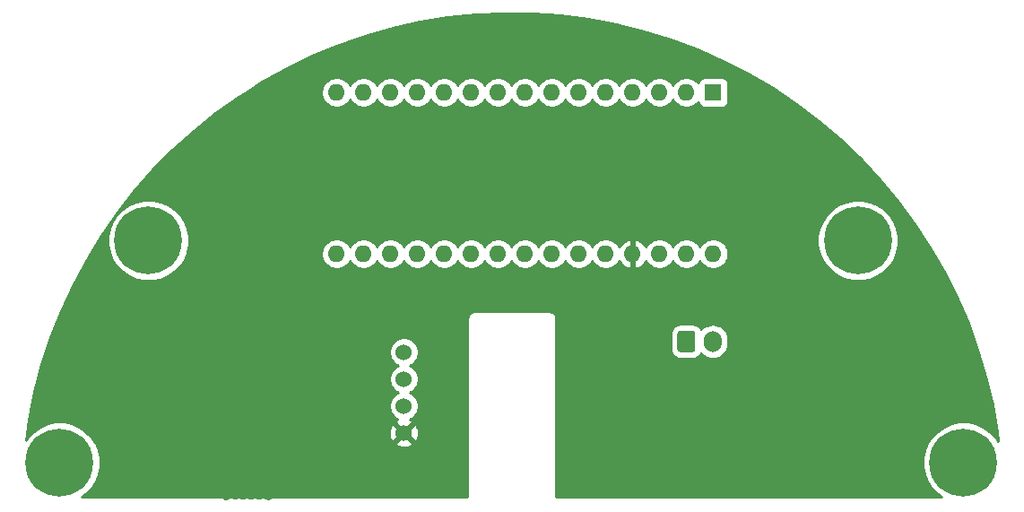
<source format=gbr>
%TF.GenerationSoftware,KiCad,Pcbnew,(5.1.9)-1*%
%TF.CreationDate,2021-03-10T13:01:27-03:00*%
%TF.ProjectId,pedal_board,70656461-6c5f-4626-9f61-72642e6b6963,rev?*%
%TF.SameCoordinates,Original*%
%TF.FileFunction,Copper,L2,Bot*%
%TF.FilePolarity,Positive*%
%FSLAX46Y46*%
G04 Gerber Fmt 4.6, Leading zero omitted, Abs format (unit mm)*
G04 Created by KiCad (PCBNEW (5.1.9)-1) date 2021-03-10 13:01:27*
%MOMM*%
%LPD*%
G01*
G04 APERTURE LIST*
%TA.AperFunction,ComponentPad*%
%ADD10O,1.700000X2.000000*%
%TD*%
%TA.AperFunction,ComponentPad*%
%ADD11C,1.524000*%
%TD*%
%TA.AperFunction,ComponentPad*%
%ADD12R,1.600000X1.600000*%
%TD*%
%TA.AperFunction,ComponentPad*%
%ADD13O,1.600000X1.600000*%
%TD*%
%TA.AperFunction,ComponentPad*%
%ADD14C,6.400000*%
%TD*%
%TA.AperFunction,ComponentPad*%
%ADD15C,0.800000*%
%TD*%
%TA.AperFunction,Conductor*%
%ADD16C,0.254000*%
%TD*%
%TA.AperFunction,Conductor*%
%ADD17C,0.100000*%
%TD*%
G04 APERTURE END LIST*
D10*
%TO.P,J2,2*%
%TO.N,/Vin*%
X206970000Y-90170000D03*
%TO.P,J2,1*%
%TO.N,GND*%
%TA.AperFunction,ComponentPad*%
G36*
G01*
X203620000Y-90920000D02*
X203620000Y-89420000D01*
G75*
G02*
X203870000Y-89170000I250000J0D01*
G01*
X205070000Y-89170000D01*
G75*
G02*
X205320000Y-89420000I0J-250000D01*
G01*
X205320000Y-90920000D01*
G75*
G02*
X205070000Y-91170000I-250000J0D01*
G01*
X203870000Y-91170000D01*
G75*
G02*
X203620000Y-90920000I0J250000D01*
G01*
G37*
%TD.AperFunction*%
%TD*%
D11*
%TO.P,J1,4*%
%TO.N,+5V*%
X177800000Y-98806000D03*
%TO.P,J1,3*%
%TO.N,/SCK*%
X177800000Y-96266000D03*
%TO.P,J1,2*%
%TO.N,/DT*%
X177800000Y-93726000D03*
%TO.P,J1,1*%
%TO.N,GND*%
X177800000Y-91186000D03*
%TD*%
D12*
%TO.P,A1,1*%
%TO.N,Net-(A1-Pad1)*%
X207010000Y-66675000D03*
D13*
%TO.P,A1,17*%
%TO.N,+3V3*%
X173990000Y-81915000D03*
%TO.P,A1,2*%
%TO.N,Net-(A1-Pad2)*%
X204470000Y-66675000D03*
%TO.P,A1,18*%
%TO.N,Net-(A1-Pad18)*%
X176530000Y-81915000D03*
%TO.P,A1,3*%
%TO.N,Net-(A1-Pad3)*%
X201930000Y-66675000D03*
%TO.P,A1,19*%
%TO.N,Net-(A1-Pad19)*%
X179070000Y-81915000D03*
%TO.P,A1,4*%
%TO.N,GND*%
X199390000Y-66675000D03*
%TO.P,A1,20*%
%TO.N,Net-(A1-Pad20)*%
X181610000Y-81915000D03*
%TO.P,A1,5*%
%TO.N,/SCK*%
X196850000Y-66675000D03*
%TO.P,A1,21*%
%TO.N,Net-(A1-Pad21)*%
X184150000Y-81915000D03*
%TO.P,A1,6*%
%TO.N,/DT*%
X194310000Y-66675000D03*
%TO.P,A1,22*%
%TO.N,Net-(A1-Pad22)*%
X186690000Y-81915000D03*
%TO.P,A1,7*%
%TO.N,Net-(A1-Pad7)*%
X191770000Y-66675000D03*
%TO.P,A1,23*%
%TO.N,Net-(A1-Pad23)*%
X189230000Y-81915000D03*
%TO.P,A1,8*%
%TO.N,Net-(A1-Pad8)*%
X189230000Y-66675000D03*
%TO.P,A1,24*%
%TO.N,Net-(A1-Pad24)*%
X191770000Y-81915000D03*
%TO.P,A1,9*%
%TO.N,Net-(A1-Pad9)*%
X186690000Y-66675000D03*
%TO.P,A1,25*%
%TO.N,Net-(A1-Pad25)*%
X194310000Y-81915000D03*
%TO.P,A1,10*%
%TO.N,Net-(A1-Pad10)*%
X184150000Y-66675000D03*
%TO.P,A1,26*%
%TO.N,Net-(A1-Pad26)*%
X196850000Y-81915000D03*
%TO.P,A1,11*%
%TO.N,Net-(A1-Pad11)*%
X181610000Y-66675000D03*
%TO.P,A1,27*%
%TO.N,+5V*%
X199390000Y-81915000D03*
%TO.P,A1,12*%
%TO.N,Net-(A1-Pad12)*%
X179070000Y-66675000D03*
%TO.P,A1,28*%
%TO.N,Net-(A1-Pad28)*%
X201930000Y-81915000D03*
%TO.P,A1,13*%
%TO.N,Net-(A1-Pad13)*%
X176530000Y-66675000D03*
%TO.P,A1,29*%
%TO.N,GND*%
X204470000Y-81915000D03*
%TO.P,A1,14*%
%TO.N,Net-(A1-Pad14)*%
X173990000Y-66675000D03*
%TO.P,A1,30*%
%TO.N,/Vin*%
X207010000Y-81915000D03*
%TO.P,A1,15*%
%TO.N,Net-(A1-Pad15)*%
X171450000Y-66675000D03*
%TO.P,A1,16*%
%TO.N,Net-(A1-Pad16)*%
X171450000Y-81915000D03*
%TD*%
D14*
%TO.P,H1,1*%
%TO.N,N/C*%
X153670000Y-80645000D03*
D15*
X156070000Y-80645000D03*
X155367056Y-82342056D03*
X153670000Y-83045000D03*
X151972944Y-82342056D03*
X151270000Y-80645000D03*
X151972944Y-78947944D03*
X153670000Y-78245000D03*
X155367056Y-78947944D03*
%TD*%
%TO.P,H2,1*%
%TO.N,N/C*%
X222367056Y-78947944D03*
X220670000Y-78245000D03*
X218972944Y-78947944D03*
X218270000Y-80645000D03*
X218972944Y-82342056D03*
X220670000Y-83045000D03*
X222367056Y-82342056D03*
X223070000Y-80645000D03*
D14*
X220670000Y-80645000D03*
%TD*%
%TO.P,H3,1*%
%TO.N,N/C*%
X230632000Y-101600000D03*
D15*
X233032000Y-101600000D03*
X232329056Y-103297056D03*
X230632000Y-104000000D03*
X228934944Y-103297056D03*
X228232000Y-101600000D03*
X228934944Y-99902944D03*
X230632000Y-99200000D03*
X232329056Y-99902944D03*
%TD*%
%TO.P,H4,1*%
%TO.N,N/C*%
X146985056Y-99902944D03*
X145288000Y-99200000D03*
X143590944Y-99902944D03*
X142888000Y-101600000D03*
X143590944Y-103297056D03*
X145288000Y-104000000D03*
X146985056Y-103297056D03*
X147688000Y-101600000D03*
D14*
X145288000Y-101600000D03*
%TD*%
D16*
%TO.N,+5V*%
X189939462Y-59225910D02*
X192599967Y-59414283D01*
X195245219Y-59755495D01*
X197866433Y-60248410D01*
X200454939Y-60891397D01*
X203002146Y-61682326D01*
X205499592Y-62618569D01*
X207939004Y-63697021D01*
X210312279Y-64914101D01*
X212611568Y-66265786D01*
X214829251Y-67747593D01*
X216957936Y-69354588D01*
X218990600Y-71081464D01*
X220920475Y-72922473D01*
X222741181Y-74871530D01*
X224446679Y-76922168D01*
X226031285Y-79067552D01*
X227489787Y-81300626D01*
X228817321Y-83613950D01*
X230009483Y-85999839D01*
X231062330Y-88450407D01*
X231972373Y-90957535D01*
X232736579Y-93512864D01*
X233352427Y-96107968D01*
X233817867Y-98734202D01*
X233923006Y-99622521D01*
X233610839Y-99155330D01*
X233076670Y-98621161D01*
X232448554Y-98201467D01*
X231750628Y-97912377D01*
X231009715Y-97765000D01*
X230254285Y-97765000D01*
X229513372Y-97912377D01*
X228815446Y-98201467D01*
X228187330Y-98621161D01*
X227653161Y-99155330D01*
X227233467Y-99783446D01*
X226944377Y-100481372D01*
X226797000Y-101222285D01*
X226797000Y-101977715D01*
X226944377Y-102718628D01*
X227233467Y-103416554D01*
X227653161Y-104044670D01*
X228187330Y-104578839D01*
X228540770Y-104815000D01*
X192185000Y-104815000D01*
X192185000Y-89420000D01*
X202981928Y-89420000D01*
X202981928Y-90920000D01*
X202998992Y-91093254D01*
X203049528Y-91259850D01*
X203131595Y-91413386D01*
X203242038Y-91547962D01*
X203376614Y-91658405D01*
X203530150Y-91740472D01*
X203696746Y-91791008D01*
X203870000Y-91808072D01*
X205070000Y-91808072D01*
X205243254Y-91791008D01*
X205409850Y-91740472D01*
X205563386Y-91658405D01*
X205697962Y-91547962D01*
X205808405Y-91413386D01*
X205862777Y-91311663D01*
X205914866Y-91375134D01*
X206140987Y-91560706D01*
X206398967Y-91698599D01*
X206678890Y-91783513D01*
X206970000Y-91812185D01*
X207261111Y-91783513D01*
X207541034Y-91698599D01*
X207799014Y-91560706D01*
X208025134Y-91375134D01*
X208210706Y-91149014D01*
X208348599Y-90891033D01*
X208433513Y-90611110D01*
X208455000Y-90392949D01*
X208455000Y-89947050D01*
X208433513Y-89728889D01*
X208348599Y-89448966D01*
X208210706Y-89190986D01*
X208025134Y-88964866D01*
X207799013Y-88779294D01*
X207541033Y-88641401D01*
X207261110Y-88556487D01*
X206970000Y-88527815D01*
X206678889Y-88556487D01*
X206398966Y-88641401D01*
X206140986Y-88779294D01*
X205914866Y-88964866D01*
X205862777Y-89028337D01*
X205808405Y-88926614D01*
X205697962Y-88792038D01*
X205563386Y-88681595D01*
X205409850Y-88599528D01*
X205243254Y-88548992D01*
X205070000Y-88531928D01*
X203870000Y-88531928D01*
X203696746Y-88548992D01*
X203530150Y-88599528D01*
X203376614Y-88681595D01*
X203242038Y-88792038D01*
X203131595Y-88926614D01*
X203049528Y-89080150D01*
X202998992Y-89246746D01*
X202981928Y-89420000D01*
X192185000Y-89420000D01*
X192185000Y-88033647D01*
X192188314Y-88000000D01*
X192175088Y-87865717D01*
X192135919Y-87736594D01*
X192072312Y-87617593D01*
X191986711Y-87513289D01*
X191882407Y-87427688D01*
X191763406Y-87364081D01*
X191634283Y-87324912D01*
X191533647Y-87315000D01*
X191500000Y-87311686D01*
X191466353Y-87315000D01*
X184533647Y-87315000D01*
X184500000Y-87311686D01*
X184466353Y-87315000D01*
X184365717Y-87324912D01*
X184236594Y-87364081D01*
X184117593Y-87427688D01*
X184013289Y-87513289D01*
X183927688Y-87617593D01*
X183864081Y-87736594D01*
X183824912Y-87865717D01*
X183811686Y-88000000D01*
X183815001Y-88033657D01*
X183815000Y-104815000D01*
X165691353Y-104815000D01*
X165657169Y-104818367D01*
X165644193Y-104818367D01*
X165634681Y-104819366D01*
X165440732Y-104841121D01*
X165380024Y-104854025D01*
X165319099Y-104866089D01*
X165309962Y-104868917D01*
X165123932Y-104927930D01*
X165066882Y-104952382D01*
X165009470Y-104976046D01*
X165001056Y-104980595D01*
X164967813Y-104998870D01*
X164918205Y-104965723D01*
X164757145Y-104899010D01*
X164586165Y-104865000D01*
X164411835Y-104865000D01*
X164240855Y-104899010D01*
X164118000Y-104949898D01*
X163995145Y-104899010D01*
X163824165Y-104865000D01*
X163649835Y-104865000D01*
X163478855Y-104899010D01*
X163350000Y-104952383D01*
X163221145Y-104899010D01*
X163050165Y-104865000D01*
X162875835Y-104865000D01*
X162704855Y-104899010D01*
X162588000Y-104947413D01*
X162471145Y-104899010D01*
X162300165Y-104865000D01*
X162125835Y-104865000D01*
X161954855Y-104899010D01*
X161838000Y-104947413D01*
X161721145Y-104899010D01*
X161550165Y-104865000D01*
X161375835Y-104865000D01*
X161204855Y-104899010D01*
X161043795Y-104965723D01*
X160988237Y-105002846D01*
X160927657Y-104970635D01*
X160870261Y-104946978D01*
X160813193Y-104922519D01*
X160804057Y-104919690D01*
X160617220Y-104863281D01*
X160556302Y-104851219D01*
X160495590Y-104838314D01*
X160486078Y-104837314D01*
X160291845Y-104818269D01*
X160291837Y-104818269D01*
X160258647Y-104815000D01*
X147379230Y-104815000D01*
X147732670Y-104578839D01*
X148266839Y-104044670D01*
X148686533Y-103416554D01*
X148975623Y-102718628D01*
X149123000Y-101977715D01*
X149123000Y-101222285D01*
X148975623Y-100481372D01*
X148686533Y-99783446D01*
X148678595Y-99771565D01*
X177014040Y-99771565D01*
X177081020Y-100011656D01*
X177330048Y-100128756D01*
X177597135Y-100195023D01*
X177872017Y-100207910D01*
X178144133Y-100166922D01*
X178403023Y-100073636D01*
X178518980Y-100011656D01*
X178585960Y-99771565D01*
X177800000Y-98985605D01*
X177014040Y-99771565D01*
X148678595Y-99771565D01*
X148266839Y-99155330D01*
X147989526Y-98878017D01*
X176398090Y-98878017D01*
X176439078Y-99150133D01*
X176532364Y-99409023D01*
X176594344Y-99524980D01*
X176834435Y-99591960D01*
X177620395Y-98806000D01*
X177979605Y-98806000D01*
X178765565Y-99591960D01*
X179005656Y-99524980D01*
X179122756Y-99275952D01*
X179189023Y-99008865D01*
X179201910Y-98733983D01*
X179160922Y-98461867D01*
X179067636Y-98202977D01*
X179005656Y-98087020D01*
X178765565Y-98020040D01*
X177979605Y-98806000D01*
X177620395Y-98806000D01*
X176834435Y-98020040D01*
X176594344Y-98087020D01*
X176477244Y-98336048D01*
X176410977Y-98603135D01*
X176398090Y-98878017D01*
X147989526Y-98878017D01*
X147732670Y-98621161D01*
X147104554Y-98201467D01*
X146406628Y-97912377D01*
X145665715Y-97765000D01*
X144910285Y-97765000D01*
X144169372Y-97912377D01*
X143471446Y-98201467D01*
X142843330Y-98621161D01*
X142309161Y-99155330D01*
X142093524Y-99478053D01*
X142374941Y-97537158D01*
X142908971Y-94923991D01*
X143592536Y-92345910D01*
X144017878Y-91048408D01*
X176403000Y-91048408D01*
X176403000Y-91323592D01*
X176456686Y-91593490D01*
X176561995Y-91847727D01*
X176714880Y-92076535D01*
X176909465Y-92271120D01*
X177138273Y-92424005D01*
X177215515Y-92456000D01*
X177138273Y-92487995D01*
X176909465Y-92640880D01*
X176714880Y-92835465D01*
X176561995Y-93064273D01*
X176456686Y-93318510D01*
X176403000Y-93588408D01*
X176403000Y-93863592D01*
X176456686Y-94133490D01*
X176561995Y-94387727D01*
X176714880Y-94616535D01*
X176909465Y-94811120D01*
X177138273Y-94964005D01*
X177215515Y-94996000D01*
X177138273Y-95027995D01*
X176909465Y-95180880D01*
X176714880Y-95375465D01*
X176561995Y-95604273D01*
X176456686Y-95858510D01*
X176403000Y-96128408D01*
X176403000Y-96403592D01*
X176456686Y-96673490D01*
X176561995Y-96927727D01*
X176714880Y-97156535D01*
X176909465Y-97351120D01*
X177138273Y-97504005D01*
X177209943Y-97533692D01*
X177196977Y-97538364D01*
X177081020Y-97600344D01*
X177014040Y-97840435D01*
X177800000Y-98626395D01*
X178585960Y-97840435D01*
X178518980Y-97600344D01*
X178383240Y-97536515D01*
X178461727Y-97504005D01*
X178690535Y-97351120D01*
X178885120Y-97156535D01*
X179038005Y-96927727D01*
X179143314Y-96673490D01*
X179197000Y-96403592D01*
X179197000Y-96128408D01*
X179143314Y-95858510D01*
X179038005Y-95604273D01*
X178885120Y-95375465D01*
X178690535Y-95180880D01*
X178461727Y-95027995D01*
X178384485Y-94996000D01*
X178461727Y-94964005D01*
X178690535Y-94811120D01*
X178885120Y-94616535D01*
X179038005Y-94387727D01*
X179143314Y-94133490D01*
X179197000Y-93863592D01*
X179197000Y-93588408D01*
X179143314Y-93318510D01*
X179038005Y-93064273D01*
X178885120Y-92835465D01*
X178690535Y-92640880D01*
X178461727Y-92487995D01*
X178384485Y-92456000D01*
X178461727Y-92424005D01*
X178690535Y-92271120D01*
X178885120Y-92076535D01*
X179038005Y-91847727D01*
X179143314Y-91593490D01*
X179197000Y-91323592D01*
X179197000Y-91048408D01*
X179143314Y-90778510D01*
X179038005Y-90524273D01*
X178885120Y-90295465D01*
X178690535Y-90100880D01*
X178461727Y-89947995D01*
X178207490Y-89842686D01*
X177937592Y-89789000D01*
X177662408Y-89789000D01*
X177392510Y-89842686D01*
X177138273Y-89947995D01*
X176909465Y-90100880D01*
X176714880Y-90295465D01*
X176561995Y-90524273D01*
X176456686Y-90778510D01*
X176403000Y-91048408D01*
X144017878Y-91048408D01*
X144423371Y-89811459D01*
X145398733Y-87329011D01*
X146515364Y-84906848D01*
X147769575Y-82552978D01*
X149157211Y-80275197D01*
X149162679Y-80267285D01*
X149835000Y-80267285D01*
X149835000Y-81022715D01*
X149982377Y-81763628D01*
X150271467Y-82461554D01*
X150691161Y-83089670D01*
X151225330Y-83623839D01*
X151853446Y-84043533D01*
X152551372Y-84332623D01*
X153292285Y-84480000D01*
X154047715Y-84480000D01*
X154788628Y-84332623D01*
X155486554Y-84043533D01*
X156114670Y-83623839D01*
X156648839Y-83089670D01*
X157068533Y-82461554D01*
X157353465Y-81773665D01*
X170015000Y-81773665D01*
X170015000Y-82056335D01*
X170070147Y-82333574D01*
X170178320Y-82594727D01*
X170335363Y-82829759D01*
X170535241Y-83029637D01*
X170770273Y-83186680D01*
X171031426Y-83294853D01*
X171308665Y-83350000D01*
X171591335Y-83350000D01*
X171868574Y-83294853D01*
X172129727Y-83186680D01*
X172364759Y-83029637D01*
X172564637Y-82829759D01*
X172720000Y-82597241D01*
X172875363Y-82829759D01*
X173075241Y-83029637D01*
X173310273Y-83186680D01*
X173571426Y-83294853D01*
X173848665Y-83350000D01*
X174131335Y-83350000D01*
X174408574Y-83294853D01*
X174669727Y-83186680D01*
X174904759Y-83029637D01*
X175104637Y-82829759D01*
X175260000Y-82597241D01*
X175415363Y-82829759D01*
X175615241Y-83029637D01*
X175850273Y-83186680D01*
X176111426Y-83294853D01*
X176388665Y-83350000D01*
X176671335Y-83350000D01*
X176948574Y-83294853D01*
X177209727Y-83186680D01*
X177444759Y-83029637D01*
X177644637Y-82829759D01*
X177800000Y-82597241D01*
X177955363Y-82829759D01*
X178155241Y-83029637D01*
X178390273Y-83186680D01*
X178651426Y-83294853D01*
X178928665Y-83350000D01*
X179211335Y-83350000D01*
X179488574Y-83294853D01*
X179749727Y-83186680D01*
X179984759Y-83029637D01*
X180184637Y-82829759D01*
X180340000Y-82597241D01*
X180495363Y-82829759D01*
X180695241Y-83029637D01*
X180930273Y-83186680D01*
X181191426Y-83294853D01*
X181468665Y-83350000D01*
X181751335Y-83350000D01*
X182028574Y-83294853D01*
X182289727Y-83186680D01*
X182524759Y-83029637D01*
X182724637Y-82829759D01*
X182880000Y-82597241D01*
X183035363Y-82829759D01*
X183235241Y-83029637D01*
X183470273Y-83186680D01*
X183731426Y-83294853D01*
X184008665Y-83350000D01*
X184291335Y-83350000D01*
X184568574Y-83294853D01*
X184829727Y-83186680D01*
X185064759Y-83029637D01*
X185264637Y-82829759D01*
X185420000Y-82597241D01*
X185575363Y-82829759D01*
X185775241Y-83029637D01*
X186010273Y-83186680D01*
X186271426Y-83294853D01*
X186548665Y-83350000D01*
X186831335Y-83350000D01*
X187108574Y-83294853D01*
X187369727Y-83186680D01*
X187604759Y-83029637D01*
X187804637Y-82829759D01*
X187960000Y-82597241D01*
X188115363Y-82829759D01*
X188315241Y-83029637D01*
X188550273Y-83186680D01*
X188811426Y-83294853D01*
X189088665Y-83350000D01*
X189371335Y-83350000D01*
X189648574Y-83294853D01*
X189909727Y-83186680D01*
X190144759Y-83029637D01*
X190344637Y-82829759D01*
X190500000Y-82597241D01*
X190655363Y-82829759D01*
X190855241Y-83029637D01*
X191090273Y-83186680D01*
X191351426Y-83294853D01*
X191628665Y-83350000D01*
X191911335Y-83350000D01*
X192188574Y-83294853D01*
X192449727Y-83186680D01*
X192684759Y-83029637D01*
X192884637Y-82829759D01*
X193040000Y-82597241D01*
X193195363Y-82829759D01*
X193395241Y-83029637D01*
X193630273Y-83186680D01*
X193891426Y-83294853D01*
X194168665Y-83350000D01*
X194451335Y-83350000D01*
X194728574Y-83294853D01*
X194989727Y-83186680D01*
X195224759Y-83029637D01*
X195424637Y-82829759D01*
X195580000Y-82597241D01*
X195735363Y-82829759D01*
X195935241Y-83029637D01*
X196170273Y-83186680D01*
X196431426Y-83294853D01*
X196708665Y-83350000D01*
X196991335Y-83350000D01*
X197268574Y-83294853D01*
X197529727Y-83186680D01*
X197764759Y-83029637D01*
X197964637Y-82829759D01*
X198121680Y-82594727D01*
X198126067Y-82584135D01*
X198237615Y-82770131D01*
X198426586Y-82978519D01*
X198652580Y-83146037D01*
X198906913Y-83266246D01*
X199040961Y-83306904D01*
X199263000Y-83184915D01*
X199263000Y-82042000D01*
X199243000Y-82042000D01*
X199243000Y-81788000D01*
X199263000Y-81788000D01*
X199263000Y-80645085D01*
X199517000Y-80645085D01*
X199517000Y-81788000D01*
X199537000Y-81788000D01*
X199537000Y-82042000D01*
X199517000Y-82042000D01*
X199517000Y-83184915D01*
X199739039Y-83306904D01*
X199873087Y-83266246D01*
X200127420Y-83146037D01*
X200353414Y-82978519D01*
X200542385Y-82770131D01*
X200653933Y-82584135D01*
X200658320Y-82594727D01*
X200815363Y-82829759D01*
X201015241Y-83029637D01*
X201250273Y-83186680D01*
X201511426Y-83294853D01*
X201788665Y-83350000D01*
X202071335Y-83350000D01*
X202348574Y-83294853D01*
X202609727Y-83186680D01*
X202844759Y-83029637D01*
X203044637Y-82829759D01*
X203200000Y-82597241D01*
X203355363Y-82829759D01*
X203555241Y-83029637D01*
X203790273Y-83186680D01*
X204051426Y-83294853D01*
X204328665Y-83350000D01*
X204611335Y-83350000D01*
X204888574Y-83294853D01*
X205149727Y-83186680D01*
X205384759Y-83029637D01*
X205584637Y-82829759D01*
X205740000Y-82597241D01*
X205895363Y-82829759D01*
X206095241Y-83029637D01*
X206330273Y-83186680D01*
X206591426Y-83294853D01*
X206868665Y-83350000D01*
X207151335Y-83350000D01*
X207428574Y-83294853D01*
X207689727Y-83186680D01*
X207924759Y-83029637D01*
X208124637Y-82829759D01*
X208281680Y-82594727D01*
X208389853Y-82333574D01*
X208445000Y-82056335D01*
X208445000Y-81773665D01*
X208389853Y-81496426D01*
X208281680Y-81235273D01*
X208124637Y-81000241D01*
X207924759Y-80800363D01*
X207689727Y-80643320D01*
X207428574Y-80535147D01*
X207151335Y-80480000D01*
X206868665Y-80480000D01*
X206591426Y-80535147D01*
X206330273Y-80643320D01*
X206095241Y-80800363D01*
X205895363Y-81000241D01*
X205740000Y-81232759D01*
X205584637Y-81000241D01*
X205384759Y-80800363D01*
X205149727Y-80643320D01*
X204888574Y-80535147D01*
X204611335Y-80480000D01*
X204328665Y-80480000D01*
X204051426Y-80535147D01*
X203790273Y-80643320D01*
X203555241Y-80800363D01*
X203355363Y-81000241D01*
X203200000Y-81232759D01*
X203044637Y-81000241D01*
X202844759Y-80800363D01*
X202609727Y-80643320D01*
X202348574Y-80535147D01*
X202071335Y-80480000D01*
X201788665Y-80480000D01*
X201511426Y-80535147D01*
X201250273Y-80643320D01*
X201015241Y-80800363D01*
X200815363Y-81000241D01*
X200658320Y-81235273D01*
X200653933Y-81245865D01*
X200542385Y-81059869D01*
X200353414Y-80851481D01*
X200127420Y-80683963D01*
X199873087Y-80563754D01*
X199739039Y-80523096D01*
X199517000Y-80645085D01*
X199263000Y-80645085D01*
X199040961Y-80523096D01*
X198906913Y-80563754D01*
X198652580Y-80683963D01*
X198426586Y-80851481D01*
X198237615Y-81059869D01*
X198126067Y-81245865D01*
X198121680Y-81235273D01*
X197964637Y-81000241D01*
X197764759Y-80800363D01*
X197529727Y-80643320D01*
X197268574Y-80535147D01*
X196991335Y-80480000D01*
X196708665Y-80480000D01*
X196431426Y-80535147D01*
X196170273Y-80643320D01*
X195935241Y-80800363D01*
X195735363Y-81000241D01*
X195580000Y-81232759D01*
X195424637Y-81000241D01*
X195224759Y-80800363D01*
X194989727Y-80643320D01*
X194728574Y-80535147D01*
X194451335Y-80480000D01*
X194168665Y-80480000D01*
X193891426Y-80535147D01*
X193630273Y-80643320D01*
X193395241Y-80800363D01*
X193195363Y-81000241D01*
X193040000Y-81232759D01*
X192884637Y-81000241D01*
X192684759Y-80800363D01*
X192449727Y-80643320D01*
X192188574Y-80535147D01*
X191911335Y-80480000D01*
X191628665Y-80480000D01*
X191351426Y-80535147D01*
X191090273Y-80643320D01*
X190855241Y-80800363D01*
X190655363Y-81000241D01*
X190500000Y-81232759D01*
X190344637Y-81000241D01*
X190144759Y-80800363D01*
X189909727Y-80643320D01*
X189648574Y-80535147D01*
X189371335Y-80480000D01*
X189088665Y-80480000D01*
X188811426Y-80535147D01*
X188550273Y-80643320D01*
X188315241Y-80800363D01*
X188115363Y-81000241D01*
X187960000Y-81232759D01*
X187804637Y-81000241D01*
X187604759Y-80800363D01*
X187369727Y-80643320D01*
X187108574Y-80535147D01*
X186831335Y-80480000D01*
X186548665Y-80480000D01*
X186271426Y-80535147D01*
X186010273Y-80643320D01*
X185775241Y-80800363D01*
X185575363Y-81000241D01*
X185420000Y-81232759D01*
X185264637Y-81000241D01*
X185064759Y-80800363D01*
X184829727Y-80643320D01*
X184568574Y-80535147D01*
X184291335Y-80480000D01*
X184008665Y-80480000D01*
X183731426Y-80535147D01*
X183470273Y-80643320D01*
X183235241Y-80800363D01*
X183035363Y-81000241D01*
X182880000Y-81232759D01*
X182724637Y-81000241D01*
X182524759Y-80800363D01*
X182289727Y-80643320D01*
X182028574Y-80535147D01*
X181751335Y-80480000D01*
X181468665Y-80480000D01*
X181191426Y-80535147D01*
X180930273Y-80643320D01*
X180695241Y-80800363D01*
X180495363Y-81000241D01*
X180340000Y-81232759D01*
X180184637Y-81000241D01*
X179984759Y-80800363D01*
X179749727Y-80643320D01*
X179488574Y-80535147D01*
X179211335Y-80480000D01*
X178928665Y-80480000D01*
X178651426Y-80535147D01*
X178390273Y-80643320D01*
X178155241Y-80800363D01*
X177955363Y-81000241D01*
X177800000Y-81232759D01*
X177644637Y-81000241D01*
X177444759Y-80800363D01*
X177209727Y-80643320D01*
X176948574Y-80535147D01*
X176671335Y-80480000D01*
X176388665Y-80480000D01*
X176111426Y-80535147D01*
X175850273Y-80643320D01*
X175615241Y-80800363D01*
X175415363Y-81000241D01*
X175260000Y-81232759D01*
X175104637Y-81000241D01*
X174904759Y-80800363D01*
X174669727Y-80643320D01*
X174408574Y-80535147D01*
X174131335Y-80480000D01*
X173848665Y-80480000D01*
X173571426Y-80535147D01*
X173310273Y-80643320D01*
X173075241Y-80800363D01*
X172875363Y-81000241D01*
X172720000Y-81232759D01*
X172564637Y-81000241D01*
X172364759Y-80800363D01*
X172129727Y-80643320D01*
X171868574Y-80535147D01*
X171591335Y-80480000D01*
X171308665Y-80480000D01*
X171031426Y-80535147D01*
X170770273Y-80643320D01*
X170535241Y-80800363D01*
X170335363Y-81000241D01*
X170178320Y-81235273D01*
X170070147Y-81496426D01*
X170015000Y-81773665D01*
X157353465Y-81773665D01*
X157357623Y-81763628D01*
X157505000Y-81022715D01*
X157505000Y-80267285D01*
X216835000Y-80267285D01*
X216835000Y-81022715D01*
X216982377Y-81763628D01*
X217271467Y-82461554D01*
X217691161Y-83089670D01*
X218225330Y-83623839D01*
X218853446Y-84043533D01*
X219551372Y-84332623D01*
X220292285Y-84480000D01*
X221047715Y-84480000D01*
X221788628Y-84332623D01*
X222486554Y-84043533D01*
X223114670Y-83623839D01*
X223648839Y-83089670D01*
X224068533Y-82461554D01*
X224357623Y-81763628D01*
X224505000Y-81022715D01*
X224505000Y-80267285D01*
X224357623Y-79526372D01*
X224068533Y-78828446D01*
X223648839Y-78200330D01*
X223114670Y-77666161D01*
X222486554Y-77246467D01*
X221788628Y-76957377D01*
X221047715Y-76810000D01*
X220292285Y-76810000D01*
X219551372Y-76957377D01*
X218853446Y-77246467D01*
X218225330Y-77666161D01*
X217691161Y-78200330D01*
X217271467Y-78828446D01*
X216982377Y-79526372D01*
X216835000Y-80267285D01*
X157505000Y-80267285D01*
X157357623Y-79526372D01*
X157068533Y-78828446D01*
X156648839Y-78200330D01*
X156114670Y-77666161D01*
X155486554Y-77246467D01*
X154788628Y-76957377D01*
X154047715Y-76810000D01*
X153292285Y-76810000D01*
X152551372Y-76957377D01*
X151853446Y-77246467D01*
X151225330Y-77666161D01*
X150691161Y-78200330D01*
X150271467Y-78828446D01*
X149982377Y-79526372D01*
X149835000Y-80267285D01*
X149162679Y-80267285D01*
X150673656Y-78081084D01*
X152313899Y-75977888D01*
X154072486Y-73972604D01*
X155943591Y-72071875D01*
X157920998Y-70282015D01*
X159998171Y-68608939D01*
X162168190Y-67058220D01*
X162999559Y-66533665D01*
X170015000Y-66533665D01*
X170015000Y-66816335D01*
X170070147Y-67093574D01*
X170178320Y-67354727D01*
X170335363Y-67589759D01*
X170535241Y-67789637D01*
X170770273Y-67946680D01*
X171031426Y-68054853D01*
X171308665Y-68110000D01*
X171591335Y-68110000D01*
X171868574Y-68054853D01*
X172129727Y-67946680D01*
X172364759Y-67789637D01*
X172564637Y-67589759D01*
X172720000Y-67357241D01*
X172875363Y-67589759D01*
X173075241Y-67789637D01*
X173310273Y-67946680D01*
X173571426Y-68054853D01*
X173848665Y-68110000D01*
X174131335Y-68110000D01*
X174408574Y-68054853D01*
X174669727Y-67946680D01*
X174904759Y-67789637D01*
X175104637Y-67589759D01*
X175260000Y-67357241D01*
X175415363Y-67589759D01*
X175615241Y-67789637D01*
X175850273Y-67946680D01*
X176111426Y-68054853D01*
X176388665Y-68110000D01*
X176671335Y-68110000D01*
X176948574Y-68054853D01*
X177209727Y-67946680D01*
X177444759Y-67789637D01*
X177644637Y-67589759D01*
X177800000Y-67357241D01*
X177955363Y-67589759D01*
X178155241Y-67789637D01*
X178390273Y-67946680D01*
X178651426Y-68054853D01*
X178928665Y-68110000D01*
X179211335Y-68110000D01*
X179488574Y-68054853D01*
X179749727Y-67946680D01*
X179984759Y-67789637D01*
X180184637Y-67589759D01*
X180340000Y-67357241D01*
X180495363Y-67589759D01*
X180695241Y-67789637D01*
X180930273Y-67946680D01*
X181191426Y-68054853D01*
X181468665Y-68110000D01*
X181751335Y-68110000D01*
X182028574Y-68054853D01*
X182289727Y-67946680D01*
X182524759Y-67789637D01*
X182724637Y-67589759D01*
X182880000Y-67357241D01*
X183035363Y-67589759D01*
X183235241Y-67789637D01*
X183470273Y-67946680D01*
X183731426Y-68054853D01*
X184008665Y-68110000D01*
X184291335Y-68110000D01*
X184568574Y-68054853D01*
X184829727Y-67946680D01*
X185064759Y-67789637D01*
X185264637Y-67589759D01*
X185420000Y-67357241D01*
X185575363Y-67589759D01*
X185775241Y-67789637D01*
X186010273Y-67946680D01*
X186271426Y-68054853D01*
X186548665Y-68110000D01*
X186831335Y-68110000D01*
X187108574Y-68054853D01*
X187369727Y-67946680D01*
X187604759Y-67789637D01*
X187804637Y-67589759D01*
X187960000Y-67357241D01*
X188115363Y-67589759D01*
X188315241Y-67789637D01*
X188550273Y-67946680D01*
X188811426Y-68054853D01*
X189088665Y-68110000D01*
X189371335Y-68110000D01*
X189648574Y-68054853D01*
X189909727Y-67946680D01*
X190144759Y-67789637D01*
X190344637Y-67589759D01*
X190500000Y-67357241D01*
X190655363Y-67589759D01*
X190855241Y-67789637D01*
X191090273Y-67946680D01*
X191351426Y-68054853D01*
X191628665Y-68110000D01*
X191911335Y-68110000D01*
X192188574Y-68054853D01*
X192449727Y-67946680D01*
X192684759Y-67789637D01*
X192884637Y-67589759D01*
X193040000Y-67357241D01*
X193195363Y-67589759D01*
X193395241Y-67789637D01*
X193630273Y-67946680D01*
X193891426Y-68054853D01*
X194168665Y-68110000D01*
X194451335Y-68110000D01*
X194728574Y-68054853D01*
X194989727Y-67946680D01*
X195224759Y-67789637D01*
X195424637Y-67589759D01*
X195580000Y-67357241D01*
X195735363Y-67589759D01*
X195935241Y-67789637D01*
X196170273Y-67946680D01*
X196431426Y-68054853D01*
X196708665Y-68110000D01*
X196991335Y-68110000D01*
X197268574Y-68054853D01*
X197529727Y-67946680D01*
X197764759Y-67789637D01*
X197964637Y-67589759D01*
X198120000Y-67357241D01*
X198275363Y-67589759D01*
X198475241Y-67789637D01*
X198710273Y-67946680D01*
X198971426Y-68054853D01*
X199248665Y-68110000D01*
X199531335Y-68110000D01*
X199808574Y-68054853D01*
X200069727Y-67946680D01*
X200304759Y-67789637D01*
X200504637Y-67589759D01*
X200660000Y-67357241D01*
X200815363Y-67589759D01*
X201015241Y-67789637D01*
X201250273Y-67946680D01*
X201511426Y-68054853D01*
X201788665Y-68110000D01*
X202071335Y-68110000D01*
X202348574Y-68054853D01*
X202609727Y-67946680D01*
X202844759Y-67789637D01*
X203044637Y-67589759D01*
X203200000Y-67357241D01*
X203355363Y-67589759D01*
X203555241Y-67789637D01*
X203790273Y-67946680D01*
X204051426Y-68054853D01*
X204328665Y-68110000D01*
X204611335Y-68110000D01*
X204888574Y-68054853D01*
X205149727Y-67946680D01*
X205384759Y-67789637D01*
X205583357Y-67591039D01*
X205584188Y-67599482D01*
X205620498Y-67719180D01*
X205679463Y-67829494D01*
X205758815Y-67926185D01*
X205855506Y-68005537D01*
X205965820Y-68064502D01*
X206085518Y-68100812D01*
X206210000Y-68113072D01*
X207810000Y-68113072D01*
X207934482Y-68100812D01*
X208054180Y-68064502D01*
X208164494Y-68005537D01*
X208261185Y-67926185D01*
X208340537Y-67829494D01*
X208399502Y-67719180D01*
X208435812Y-67599482D01*
X208448072Y-67475000D01*
X208448072Y-65875000D01*
X208435812Y-65750518D01*
X208399502Y-65630820D01*
X208340537Y-65520506D01*
X208261185Y-65423815D01*
X208164494Y-65344463D01*
X208054180Y-65285498D01*
X207934482Y-65249188D01*
X207810000Y-65236928D01*
X206210000Y-65236928D01*
X206085518Y-65249188D01*
X205965820Y-65285498D01*
X205855506Y-65344463D01*
X205758815Y-65423815D01*
X205679463Y-65520506D01*
X205620498Y-65630820D01*
X205584188Y-65750518D01*
X205583357Y-65758961D01*
X205384759Y-65560363D01*
X205149727Y-65403320D01*
X204888574Y-65295147D01*
X204611335Y-65240000D01*
X204328665Y-65240000D01*
X204051426Y-65295147D01*
X203790273Y-65403320D01*
X203555241Y-65560363D01*
X203355363Y-65760241D01*
X203200000Y-65992759D01*
X203044637Y-65760241D01*
X202844759Y-65560363D01*
X202609727Y-65403320D01*
X202348574Y-65295147D01*
X202071335Y-65240000D01*
X201788665Y-65240000D01*
X201511426Y-65295147D01*
X201250273Y-65403320D01*
X201015241Y-65560363D01*
X200815363Y-65760241D01*
X200660000Y-65992759D01*
X200504637Y-65760241D01*
X200304759Y-65560363D01*
X200069727Y-65403320D01*
X199808574Y-65295147D01*
X199531335Y-65240000D01*
X199248665Y-65240000D01*
X198971426Y-65295147D01*
X198710273Y-65403320D01*
X198475241Y-65560363D01*
X198275363Y-65760241D01*
X198120000Y-65992759D01*
X197964637Y-65760241D01*
X197764759Y-65560363D01*
X197529727Y-65403320D01*
X197268574Y-65295147D01*
X196991335Y-65240000D01*
X196708665Y-65240000D01*
X196431426Y-65295147D01*
X196170273Y-65403320D01*
X195935241Y-65560363D01*
X195735363Y-65760241D01*
X195580000Y-65992759D01*
X195424637Y-65760241D01*
X195224759Y-65560363D01*
X194989727Y-65403320D01*
X194728574Y-65295147D01*
X194451335Y-65240000D01*
X194168665Y-65240000D01*
X193891426Y-65295147D01*
X193630273Y-65403320D01*
X193395241Y-65560363D01*
X193195363Y-65760241D01*
X193040000Y-65992759D01*
X192884637Y-65760241D01*
X192684759Y-65560363D01*
X192449727Y-65403320D01*
X192188574Y-65295147D01*
X191911335Y-65240000D01*
X191628665Y-65240000D01*
X191351426Y-65295147D01*
X191090273Y-65403320D01*
X190855241Y-65560363D01*
X190655363Y-65760241D01*
X190500000Y-65992759D01*
X190344637Y-65760241D01*
X190144759Y-65560363D01*
X189909727Y-65403320D01*
X189648574Y-65295147D01*
X189371335Y-65240000D01*
X189088665Y-65240000D01*
X188811426Y-65295147D01*
X188550273Y-65403320D01*
X188315241Y-65560363D01*
X188115363Y-65760241D01*
X187960000Y-65992759D01*
X187804637Y-65760241D01*
X187604759Y-65560363D01*
X187369727Y-65403320D01*
X187108574Y-65295147D01*
X186831335Y-65240000D01*
X186548665Y-65240000D01*
X186271426Y-65295147D01*
X186010273Y-65403320D01*
X185775241Y-65560363D01*
X185575363Y-65760241D01*
X185420000Y-65992759D01*
X185264637Y-65760241D01*
X185064759Y-65560363D01*
X184829727Y-65403320D01*
X184568574Y-65295147D01*
X184291335Y-65240000D01*
X184008665Y-65240000D01*
X183731426Y-65295147D01*
X183470273Y-65403320D01*
X183235241Y-65560363D01*
X183035363Y-65760241D01*
X182880000Y-65992759D01*
X182724637Y-65760241D01*
X182524759Y-65560363D01*
X182289727Y-65403320D01*
X182028574Y-65295147D01*
X181751335Y-65240000D01*
X181468665Y-65240000D01*
X181191426Y-65295147D01*
X180930273Y-65403320D01*
X180695241Y-65560363D01*
X180495363Y-65760241D01*
X180340000Y-65992759D01*
X180184637Y-65760241D01*
X179984759Y-65560363D01*
X179749727Y-65403320D01*
X179488574Y-65295147D01*
X179211335Y-65240000D01*
X178928665Y-65240000D01*
X178651426Y-65295147D01*
X178390273Y-65403320D01*
X178155241Y-65560363D01*
X177955363Y-65760241D01*
X177800000Y-65992759D01*
X177644637Y-65760241D01*
X177444759Y-65560363D01*
X177209727Y-65403320D01*
X176948574Y-65295147D01*
X176671335Y-65240000D01*
X176388665Y-65240000D01*
X176111426Y-65295147D01*
X175850273Y-65403320D01*
X175615241Y-65560363D01*
X175415363Y-65760241D01*
X175260000Y-65992759D01*
X175104637Y-65760241D01*
X174904759Y-65560363D01*
X174669727Y-65403320D01*
X174408574Y-65295147D01*
X174131335Y-65240000D01*
X173848665Y-65240000D01*
X173571426Y-65295147D01*
X173310273Y-65403320D01*
X173075241Y-65560363D01*
X172875363Y-65760241D01*
X172720000Y-65992759D01*
X172564637Y-65760241D01*
X172364759Y-65560363D01*
X172129727Y-65403320D01*
X171868574Y-65295147D01*
X171591335Y-65240000D01*
X171308665Y-65240000D01*
X171031426Y-65295147D01*
X170770273Y-65403320D01*
X170535241Y-65560363D01*
X170335363Y-65760241D01*
X170178320Y-65995273D01*
X170070147Y-66256426D01*
X170015000Y-66533665D01*
X162999559Y-66533665D01*
X164423896Y-65634975D01*
X166757773Y-64343947D01*
X169162110Y-63189401D01*
X171628929Y-62175170D01*
X174150000Y-61304634D01*
X176717044Y-60580652D01*
X179321487Y-60005645D01*
X181954718Y-59581514D01*
X184607996Y-59309664D01*
X187272530Y-59190997D01*
X189939462Y-59225910D01*
%TA.AperFunction,Conductor*%
D17*
G36*
X189939462Y-59225910D02*
G01*
X192599967Y-59414283D01*
X195245219Y-59755495D01*
X197866433Y-60248410D01*
X200454939Y-60891397D01*
X203002146Y-61682326D01*
X205499592Y-62618569D01*
X207939004Y-63697021D01*
X210312279Y-64914101D01*
X212611568Y-66265786D01*
X214829251Y-67747593D01*
X216957936Y-69354588D01*
X218990600Y-71081464D01*
X220920475Y-72922473D01*
X222741181Y-74871530D01*
X224446679Y-76922168D01*
X226031285Y-79067552D01*
X227489787Y-81300626D01*
X228817321Y-83613950D01*
X230009483Y-85999839D01*
X231062330Y-88450407D01*
X231972373Y-90957535D01*
X232736579Y-93512864D01*
X233352427Y-96107968D01*
X233817867Y-98734202D01*
X233923006Y-99622521D01*
X233610839Y-99155330D01*
X233076670Y-98621161D01*
X232448554Y-98201467D01*
X231750628Y-97912377D01*
X231009715Y-97765000D01*
X230254285Y-97765000D01*
X229513372Y-97912377D01*
X228815446Y-98201467D01*
X228187330Y-98621161D01*
X227653161Y-99155330D01*
X227233467Y-99783446D01*
X226944377Y-100481372D01*
X226797000Y-101222285D01*
X226797000Y-101977715D01*
X226944377Y-102718628D01*
X227233467Y-103416554D01*
X227653161Y-104044670D01*
X228187330Y-104578839D01*
X228540770Y-104815000D01*
X192185000Y-104815000D01*
X192185000Y-89420000D01*
X202981928Y-89420000D01*
X202981928Y-90920000D01*
X202998992Y-91093254D01*
X203049528Y-91259850D01*
X203131595Y-91413386D01*
X203242038Y-91547962D01*
X203376614Y-91658405D01*
X203530150Y-91740472D01*
X203696746Y-91791008D01*
X203870000Y-91808072D01*
X205070000Y-91808072D01*
X205243254Y-91791008D01*
X205409850Y-91740472D01*
X205563386Y-91658405D01*
X205697962Y-91547962D01*
X205808405Y-91413386D01*
X205862777Y-91311663D01*
X205914866Y-91375134D01*
X206140987Y-91560706D01*
X206398967Y-91698599D01*
X206678890Y-91783513D01*
X206970000Y-91812185D01*
X207261111Y-91783513D01*
X207541034Y-91698599D01*
X207799014Y-91560706D01*
X208025134Y-91375134D01*
X208210706Y-91149014D01*
X208348599Y-90891033D01*
X208433513Y-90611110D01*
X208455000Y-90392949D01*
X208455000Y-89947050D01*
X208433513Y-89728889D01*
X208348599Y-89448966D01*
X208210706Y-89190986D01*
X208025134Y-88964866D01*
X207799013Y-88779294D01*
X207541033Y-88641401D01*
X207261110Y-88556487D01*
X206970000Y-88527815D01*
X206678889Y-88556487D01*
X206398966Y-88641401D01*
X206140986Y-88779294D01*
X205914866Y-88964866D01*
X205862777Y-89028337D01*
X205808405Y-88926614D01*
X205697962Y-88792038D01*
X205563386Y-88681595D01*
X205409850Y-88599528D01*
X205243254Y-88548992D01*
X205070000Y-88531928D01*
X203870000Y-88531928D01*
X203696746Y-88548992D01*
X203530150Y-88599528D01*
X203376614Y-88681595D01*
X203242038Y-88792038D01*
X203131595Y-88926614D01*
X203049528Y-89080150D01*
X202998992Y-89246746D01*
X202981928Y-89420000D01*
X192185000Y-89420000D01*
X192185000Y-88033647D01*
X192188314Y-88000000D01*
X192175088Y-87865717D01*
X192135919Y-87736594D01*
X192072312Y-87617593D01*
X191986711Y-87513289D01*
X191882407Y-87427688D01*
X191763406Y-87364081D01*
X191634283Y-87324912D01*
X191533647Y-87315000D01*
X191500000Y-87311686D01*
X191466353Y-87315000D01*
X184533647Y-87315000D01*
X184500000Y-87311686D01*
X184466353Y-87315000D01*
X184365717Y-87324912D01*
X184236594Y-87364081D01*
X184117593Y-87427688D01*
X184013289Y-87513289D01*
X183927688Y-87617593D01*
X183864081Y-87736594D01*
X183824912Y-87865717D01*
X183811686Y-88000000D01*
X183815001Y-88033657D01*
X183815000Y-104815000D01*
X165691353Y-104815000D01*
X165657169Y-104818367D01*
X165644193Y-104818367D01*
X165634681Y-104819366D01*
X165440732Y-104841121D01*
X165380024Y-104854025D01*
X165319099Y-104866089D01*
X165309962Y-104868917D01*
X165123932Y-104927930D01*
X165066882Y-104952382D01*
X165009470Y-104976046D01*
X165001056Y-104980595D01*
X164967813Y-104998870D01*
X164918205Y-104965723D01*
X164757145Y-104899010D01*
X164586165Y-104865000D01*
X164411835Y-104865000D01*
X164240855Y-104899010D01*
X164118000Y-104949898D01*
X163995145Y-104899010D01*
X163824165Y-104865000D01*
X163649835Y-104865000D01*
X163478855Y-104899010D01*
X163350000Y-104952383D01*
X163221145Y-104899010D01*
X163050165Y-104865000D01*
X162875835Y-104865000D01*
X162704855Y-104899010D01*
X162588000Y-104947413D01*
X162471145Y-104899010D01*
X162300165Y-104865000D01*
X162125835Y-104865000D01*
X161954855Y-104899010D01*
X161838000Y-104947413D01*
X161721145Y-104899010D01*
X161550165Y-104865000D01*
X161375835Y-104865000D01*
X161204855Y-104899010D01*
X161043795Y-104965723D01*
X160988237Y-105002846D01*
X160927657Y-104970635D01*
X160870261Y-104946978D01*
X160813193Y-104922519D01*
X160804057Y-104919690D01*
X160617220Y-104863281D01*
X160556302Y-104851219D01*
X160495590Y-104838314D01*
X160486078Y-104837314D01*
X160291845Y-104818269D01*
X160291837Y-104818269D01*
X160258647Y-104815000D01*
X147379230Y-104815000D01*
X147732670Y-104578839D01*
X148266839Y-104044670D01*
X148686533Y-103416554D01*
X148975623Y-102718628D01*
X149123000Y-101977715D01*
X149123000Y-101222285D01*
X148975623Y-100481372D01*
X148686533Y-99783446D01*
X148678595Y-99771565D01*
X177014040Y-99771565D01*
X177081020Y-100011656D01*
X177330048Y-100128756D01*
X177597135Y-100195023D01*
X177872017Y-100207910D01*
X178144133Y-100166922D01*
X178403023Y-100073636D01*
X178518980Y-100011656D01*
X178585960Y-99771565D01*
X177800000Y-98985605D01*
X177014040Y-99771565D01*
X148678595Y-99771565D01*
X148266839Y-99155330D01*
X147989526Y-98878017D01*
X176398090Y-98878017D01*
X176439078Y-99150133D01*
X176532364Y-99409023D01*
X176594344Y-99524980D01*
X176834435Y-99591960D01*
X177620395Y-98806000D01*
X177979605Y-98806000D01*
X178765565Y-99591960D01*
X179005656Y-99524980D01*
X179122756Y-99275952D01*
X179189023Y-99008865D01*
X179201910Y-98733983D01*
X179160922Y-98461867D01*
X179067636Y-98202977D01*
X179005656Y-98087020D01*
X178765565Y-98020040D01*
X177979605Y-98806000D01*
X177620395Y-98806000D01*
X176834435Y-98020040D01*
X176594344Y-98087020D01*
X176477244Y-98336048D01*
X176410977Y-98603135D01*
X176398090Y-98878017D01*
X147989526Y-98878017D01*
X147732670Y-98621161D01*
X147104554Y-98201467D01*
X146406628Y-97912377D01*
X145665715Y-97765000D01*
X144910285Y-97765000D01*
X144169372Y-97912377D01*
X143471446Y-98201467D01*
X142843330Y-98621161D01*
X142309161Y-99155330D01*
X142093524Y-99478053D01*
X142374941Y-97537158D01*
X142908971Y-94923991D01*
X143592536Y-92345910D01*
X144017878Y-91048408D01*
X176403000Y-91048408D01*
X176403000Y-91323592D01*
X176456686Y-91593490D01*
X176561995Y-91847727D01*
X176714880Y-92076535D01*
X176909465Y-92271120D01*
X177138273Y-92424005D01*
X177215515Y-92456000D01*
X177138273Y-92487995D01*
X176909465Y-92640880D01*
X176714880Y-92835465D01*
X176561995Y-93064273D01*
X176456686Y-93318510D01*
X176403000Y-93588408D01*
X176403000Y-93863592D01*
X176456686Y-94133490D01*
X176561995Y-94387727D01*
X176714880Y-94616535D01*
X176909465Y-94811120D01*
X177138273Y-94964005D01*
X177215515Y-94996000D01*
X177138273Y-95027995D01*
X176909465Y-95180880D01*
X176714880Y-95375465D01*
X176561995Y-95604273D01*
X176456686Y-95858510D01*
X176403000Y-96128408D01*
X176403000Y-96403592D01*
X176456686Y-96673490D01*
X176561995Y-96927727D01*
X176714880Y-97156535D01*
X176909465Y-97351120D01*
X177138273Y-97504005D01*
X177209943Y-97533692D01*
X177196977Y-97538364D01*
X177081020Y-97600344D01*
X177014040Y-97840435D01*
X177800000Y-98626395D01*
X178585960Y-97840435D01*
X178518980Y-97600344D01*
X178383240Y-97536515D01*
X178461727Y-97504005D01*
X178690535Y-97351120D01*
X178885120Y-97156535D01*
X179038005Y-96927727D01*
X179143314Y-96673490D01*
X179197000Y-96403592D01*
X179197000Y-96128408D01*
X179143314Y-95858510D01*
X179038005Y-95604273D01*
X178885120Y-95375465D01*
X178690535Y-95180880D01*
X178461727Y-95027995D01*
X178384485Y-94996000D01*
X178461727Y-94964005D01*
X178690535Y-94811120D01*
X178885120Y-94616535D01*
X179038005Y-94387727D01*
X179143314Y-94133490D01*
X179197000Y-93863592D01*
X179197000Y-93588408D01*
X179143314Y-93318510D01*
X179038005Y-93064273D01*
X178885120Y-92835465D01*
X178690535Y-92640880D01*
X178461727Y-92487995D01*
X178384485Y-92456000D01*
X178461727Y-92424005D01*
X178690535Y-92271120D01*
X178885120Y-92076535D01*
X179038005Y-91847727D01*
X179143314Y-91593490D01*
X179197000Y-91323592D01*
X179197000Y-91048408D01*
X179143314Y-90778510D01*
X179038005Y-90524273D01*
X178885120Y-90295465D01*
X178690535Y-90100880D01*
X178461727Y-89947995D01*
X178207490Y-89842686D01*
X177937592Y-89789000D01*
X177662408Y-89789000D01*
X177392510Y-89842686D01*
X177138273Y-89947995D01*
X176909465Y-90100880D01*
X176714880Y-90295465D01*
X176561995Y-90524273D01*
X176456686Y-90778510D01*
X176403000Y-91048408D01*
X144017878Y-91048408D01*
X144423371Y-89811459D01*
X145398733Y-87329011D01*
X146515364Y-84906848D01*
X147769575Y-82552978D01*
X149157211Y-80275197D01*
X149162679Y-80267285D01*
X149835000Y-80267285D01*
X149835000Y-81022715D01*
X149982377Y-81763628D01*
X150271467Y-82461554D01*
X150691161Y-83089670D01*
X151225330Y-83623839D01*
X151853446Y-84043533D01*
X152551372Y-84332623D01*
X153292285Y-84480000D01*
X154047715Y-84480000D01*
X154788628Y-84332623D01*
X155486554Y-84043533D01*
X156114670Y-83623839D01*
X156648839Y-83089670D01*
X157068533Y-82461554D01*
X157353465Y-81773665D01*
X170015000Y-81773665D01*
X170015000Y-82056335D01*
X170070147Y-82333574D01*
X170178320Y-82594727D01*
X170335363Y-82829759D01*
X170535241Y-83029637D01*
X170770273Y-83186680D01*
X171031426Y-83294853D01*
X171308665Y-83350000D01*
X171591335Y-83350000D01*
X171868574Y-83294853D01*
X172129727Y-83186680D01*
X172364759Y-83029637D01*
X172564637Y-82829759D01*
X172720000Y-82597241D01*
X172875363Y-82829759D01*
X173075241Y-83029637D01*
X173310273Y-83186680D01*
X173571426Y-83294853D01*
X173848665Y-83350000D01*
X174131335Y-83350000D01*
X174408574Y-83294853D01*
X174669727Y-83186680D01*
X174904759Y-83029637D01*
X175104637Y-82829759D01*
X175260000Y-82597241D01*
X175415363Y-82829759D01*
X175615241Y-83029637D01*
X175850273Y-83186680D01*
X176111426Y-83294853D01*
X176388665Y-83350000D01*
X176671335Y-83350000D01*
X176948574Y-83294853D01*
X177209727Y-83186680D01*
X177444759Y-83029637D01*
X177644637Y-82829759D01*
X177800000Y-82597241D01*
X177955363Y-82829759D01*
X178155241Y-83029637D01*
X178390273Y-83186680D01*
X178651426Y-83294853D01*
X178928665Y-83350000D01*
X179211335Y-83350000D01*
X179488574Y-83294853D01*
X179749727Y-83186680D01*
X179984759Y-83029637D01*
X180184637Y-82829759D01*
X180340000Y-82597241D01*
X180495363Y-82829759D01*
X180695241Y-83029637D01*
X180930273Y-83186680D01*
X181191426Y-83294853D01*
X181468665Y-83350000D01*
X181751335Y-83350000D01*
X182028574Y-83294853D01*
X182289727Y-83186680D01*
X182524759Y-83029637D01*
X182724637Y-82829759D01*
X182880000Y-82597241D01*
X183035363Y-82829759D01*
X183235241Y-83029637D01*
X183470273Y-83186680D01*
X183731426Y-83294853D01*
X184008665Y-83350000D01*
X184291335Y-83350000D01*
X184568574Y-83294853D01*
X184829727Y-83186680D01*
X185064759Y-83029637D01*
X185264637Y-82829759D01*
X185420000Y-82597241D01*
X185575363Y-82829759D01*
X185775241Y-83029637D01*
X186010273Y-83186680D01*
X186271426Y-83294853D01*
X186548665Y-83350000D01*
X186831335Y-83350000D01*
X187108574Y-83294853D01*
X187369727Y-83186680D01*
X187604759Y-83029637D01*
X187804637Y-82829759D01*
X187960000Y-82597241D01*
X188115363Y-82829759D01*
X188315241Y-83029637D01*
X188550273Y-83186680D01*
X188811426Y-83294853D01*
X189088665Y-83350000D01*
X189371335Y-83350000D01*
X189648574Y-83294853D01*
X189909727Y-83186680D01*
X190144759Y-83029637D01*
X190344637Y-82829759D01*
X190500000Y-82597241D01*
X190655363Y-82829759D01*
X190855241Y-83029637D01*
X191090273Y-83186680D01*
X191351426Y-83294853D01*
X191628665Y-83350000D01*
X191911335Y-83350000D01*
X192188574Y-83294853D01*
X192449727Y-83186680D01*
X192684759Y-83029637D01*
X192884637Y-82829759D01*
X193040000Y-82597241D01*
X193195363Y-82829759D01*
X193395241Y-83029637D01*
X193630273Y-83186680D01*
X193891426Y-83294853D01*
X194168665Y-83350000D01*
X194451335Y-83350000D01*
X194728574Y-83294853D01*
X194989727Y-83186680D01*
X195224759Y-83029637D01*
X195424637Y-82829759D01*
X195580000Y-82597241D01*
X195735363Y-82829759D01*
X195935241Y-83029637D01*
X196170273Y-83186680D01*
X196431426Y-83294853D01*
X196708665Y-83350000D01*
X196991335Y-83350000D01*
X197268574Y-83294853D01*
X197529727Y-83186680D01*
X197764759Y-83029637D01*
X197964637Y-82829759D01*
X198121680Y-82594727D01*
X198126067Y-82584135D01*
X198237615Y-82770131D01*
X198426586Y-82978519D01*
X198652580Y-83146037D01*
X198906913Y-83266246D01*
X199040961Y-83306904D01*
X199263000Y-83184915D01*
X199263000Y-82042000D01*
X199243000Y-82042000D01*
X199243000Y-81788000D01*
X199263000Y-81788000D01*
X199263000Y-80645085D01*
X199517000Y-80645085D01*
X199517000Y-81788000D01*
X199537000Y-81788000D01*
X199537000Y-82042000D01*
X199517000Y-82042000D01*
X199517000Y-83184915D01*
X199739039Y-83306904D01*
X199873087Y-83266246D01*
X200127420Y-83146037D01*
X200353414Y-82978519D01*
X200542385Y-82770131D01*
X200653933Y-82584135D01*
X200658320Y-82594727D01*
X200815363Y-82829759D01*
X201015241Y-83029637D01*
X201250273Y-83186680D01*
X201511426Y-83294853D01*
X201788665Y-83350000D01*
X202071335Y-83350000D01*
X202348574Y-83294853D01*
X202609727Y-83186680D01*
X202844759Y-83029637D01*
X203044637Y-82829759D01*
X203200000Y-82597241D01*
X203355363Y-82829759D01*
X203555241Y-83029637D01*
X203790273Y-83186680D01*
X204051426Y-83294853D01*
X204328665Y-83350000D01*
X204611335Y-83350000D01*
X204888574Y-83294853D01*
X205149727Y-83186680D01*
X205384759Y-83029637D01*
X205584637Y-82829759D01*
X205740000Y-82597241D01*
X205895363Y-82829759D01*
X206095241Y-83029637D01*
X206330273Y-83186680D01*
X206591426Y-83294853D01*
X206868665Y-83350000D01*
X207151335Y-83350000D01*
X207428574Y-83294853D01*
X207689727Y-83186680D01*
X207924759Y-83029637D01*
X208124637Y-82829759D01*
X208281680Y-82594727D01*
X208389853Y-82333574D01*
X208445000Y-82056335D01*
X208445000Y-81773665D01*
X208389853Y-81496426D01*
X208281680Y-81235273D01*
X208124637Y-81000241D01*
X207924759Y-80800363D01*
X207689727Y-80643320D01*
X207428574Y-80535147D01*
X207151335Y-80480000D01*
X206868665Y-80480000D01*
X206591426Y-80535147D01*
X206330273Y-80643320D01*
X206095241Y-80800363D01*
X205895363Y-81000241D01*
X205740000Y-81232759D01*
X205584637Y-81000241D01*
X205384759Y-80800363D01*
X205149727Y-80643320D01*
X204888574Y-80535147D01*
X204611335Y-80480000D01*
X204328665Y-80480000D01*
X204051426Y-80535147D01*
X203790273Y-80643320D01*
X203555241Y-80800363D01*
X203355363Y-81000241D01*
X203200000Y-81232759D01*
X203044637Y-81000241D01*
X202844759Y-80800363D01*
X202609727Y-80643320D01*
X202348574Y-80535147D01*
X202071335Y-80480000D01*
X201788665Y-80480000D01*
X201511426Y-80535147D01*
X201250273Y-80643320D01*
X201015241Y-80800363D01*
X200815363Y-81000241D01*
X200658320Y-81235273D01*
X200653933Y-81245865D01*
X200542385Y-81059869D01*
X200353414Y-80851481D01*
X200127420Y-80683963D01*
X199873087Y-80563754D01*
X199739039Y-80523096D01*
X199517000Y-80645085D01*
X199263000Y-80645085D01*
X199040961Y-80523096D01*
X198906913Y-80563754D01*
X198652580Y-80683963D01*
X198426586Y-80851481D01*
X198237615Y-81059869D01*
X198126067Y-81245865D01*
X198121680Y-81235273D01*
X197964637Y-81000241D01*
X197764759Y-80800363D01*
X197529727Y-80643320D01*
X197268574Y-80535147D01*
X196991335Y-80480000D01*
X196708665Y-80480000D01*
X196431426Y-80535147D01*
X196170273Y-80643320D01*
X195935241Y-80800363D01*
X195735363Y-81000241D01*
X195580000Y-81232759D01*
X195424637Y-81000241D01*
X195224759Y-80800363D01*
X194989727Y-80643320D01*
X194728574Y-80535147D01*
X194451335Y-80480000D01*
X194168665Y-80480000D01*
X193891426Y-80535147D01*
X193630273Y-80643320D01*
X193395241Y-80800363D01*
X193195363Y-81000241D01*
X193040000Y-81232759D01*
X192884637Y-81000241D01*
X192684759Y-80800363D01*
X192449727Y-80643320D01*
X192188574Y-80535147D01*
X191911335Y-80480000D01*
X191628665Y-80480000D01*
X191351426Y-80535147D01*
X191090273Y-80643320D01*
X190855241Y-80800363D01*
X190655363Y-81000241D01*
X190500000Y-81232759D01*
X190344637Y-81000241D01*
X190144759Y-80800363D01*
X189909727Y-80643320D01*
X189648574Y-80535147D01*
X189371335Y-80480000D01*
X189088665Y-80480000D01*
X188811426Y-80535147D01*
X188550273Y-80643320D01*
X188315241Y-80800363D01*
X188115363Y-81000241D01*
X187960000Y-81232759D01*
X187804637Y-81000241D01*
X187604759Y-80800363D01*
X187369727Y-80643320D01*
X187108574Y-80535147D01*
X186831335Y-80480000D01*
X186548665Y-80480000D01*
X186271426Y-80535147D01*
X186010273Y-80643320D01*
X185775241Y-80800363D01*
X185575363Y-81000241D01*
X185420000Y-81232759D01*
X185264637Y-81000241D01*
X185064759Y-80800363D01*
X184829727Y-80643320D01*
X184568574Y-80535147D01*
X184291335Y-80480000D01*
X184008665Y-80480000D01*
X183731426Y-80535147D01*
X183470273Y-80643320D01*
X183235241Y-80800363D01*
X183035363Y-81000241D01*
X182880000Y-81232759D01*
X182724637Y-81000241D01*
X182524759Y-80800363D01*
X182289727Y-80643320D01*
X182028574Y-80535147D01*
X181751335Y-80480000D01*
X181468665Y-80480000D01*
X181191426Y-80535147D01*
X180930273Y-80643320D01*
X180695241Y-80800363D01*
X180495363Y-81000241D01*
X180340000Y-81232759D01*
X180184637Y-81000241D01*
X179984759Y-80800363D01*
X179749727Y-80643320D01*
X179488574Y-80535147D01*
X179211335Y-80480000D01*
X178928665Y-80480000D01*
X178651426Y-80535147D01*
X178390273Y-80643320D01*
X178155241Y-80800363D01*
X177955363Y-81000241D01*
X177800000Y-81232759D01*
X177644637Y-81000241D01*
X177444759Y-80800363D01*
X177209727Y-80643320D01*
X176948574Y-80535147D01*
X176671335Y-80480000D01*
X176388665Y-80480000D01*
X176111426Y-80535147D01*
X175850273Y-80643320D01*
X175615241Y-80800363D01*
X175415363Y-81000241D01*
X175260000Y-81232759D01*
X175104637Y-81000241D01*
X174904759Y-80800363D01*
X174669727Y-80643320D01*
X174408574Y-80535147D01*
X174131335Y-80480000D01*
X173848665Y-80480000D01*
X173571426Y-80535147D01*
X173310273Y-80643320D01*
X173075241Y-80800363D01*
X172875363Y-81000241D01*
X172720000Y-81232759D01*
X172564637Y-81000241D01*
X172364759Y-80800363D01*
X172129727Y-80643320D01*
X171868574Y-80535147D01*
X171591335Y-80480000D01*
X171308665Y-80480000D01*
X171031426Y-80535147D01*
X170770273Y-80643320D01*
X170535241Y-80800363D01*
X170335363Y-81000241D01*
X170178320Y-81235273D01*
X170070147Y-81496426D01*
X170015000Y-81773665D01*
X157353465Y-81773665D01*
X157357623Y-81763628D01*
X157505000Y-81022715D01*
X157505000Y-80267285D01*
X216835000Y-80267285D01*
X216835000Y-81022715D01*
X216982377Y-81763628D01*
X217271467Y-82461554D01*
X217691161Y-83089670D01*
X218225330Y-83623839D01*
X218853446Y-84043533D01*
X219551372Y-84332623D01*
X220292285Y-84480000D01*
X221047715Y-84480000D01*
X221788628Y-84332623D01*
X222486554Y-84043533D01*
X223114670Y-83623839D01*
X223648839Y-83089670D01*
X224068533Y-82461554D01*
X224357623Y-81763628D01*
X224505000Y-81022715D01*
X224505000Y-80267285D01*
X224357623Y-79526372D01*
X224068533Y-78828446D01*
X223648839Y-78200330D01*
X223114670Y-77666161D01*
X222486554Y-77246467D01*
X221788628Y-76957377D01*
X221047715Y-76810000D01*
X220292285Y-76810000D01*
X219551372Y-76957377D01*
X218853446Y-77246467D01*
X218225330Y-77666161D01*
X217691161Y-78200330D01*
X217271467Y-78828446D01*
X216982377Y-79526372D01*
X216835000Y-80267285D01*
X157505000Y-80267285D01*
X157357623Y-79526372D01*
X157068533Y-78828446D01*
X156648839Y-78200330D01*
X156114670Y-77666161D01*
X155486554Y-77246467D01*
X154788628Y-76957377D01*
X154047715Y-76810000D01*
X153292285Y-76810000D01*
X152551372Y-76957377D01*
X151853446Y-77246467D01*
X151225330Y-77666161D01*
X150691161Y-78200330D01*
X150271467Y-78828446D01*
X149982377Y-79526372D01*
X149835000Y-80267285D01*
X149162679Y-80267285D01*
X150673656Y-78081084D01*
X152313899Y-75977888D01*
X154072486Y-73972604D01*
X155943591Y-72071875D01*
X157920998Y-70282015D01*
X159998171Y-68608939D01*
X162168190Y-67058220D01*
X162999559Y-66533665D01*
X170015000Y-66533665D01*
X170015000Y-66816335D01*
X170070147Y-67093574D01*
X170178320Y-67354727D01*
X170335363Y-67589759D01*
X170535241Y-67789637D01*
X170770273Y-67946680D01*
X171031426Y-68054853D01*
X171308665Y-68110000D01*
X171591335Y-68110000D01*
X171868574Y-68054853D01*
X172129727Y-67946680D01*
X172364759Y-67789637D01*
X172564637Y-67589759D01*
X172720000Y-67357241D01*
X172875363Y-67589759D01*
X173075241Y-67789637D01*
X173310273Y-67946680D01*
X173571426Y-68054853D01*
X173848665Y-68110000D01*
X174131335Y-68110000D01*
X174408574Y-68054853D01*
X174669727Y-67946680D01*
X174904759Y-67789637D01*
X175104637Y-67589759D01*
X175260000Y-67357241D01*
X175415363Y-67589759D01*
X175615241Y-67789637D01*
X175850273Y-67946680D01*
X176111426Y-68054853D01*
X176388665Y-68110000D01*
X176671335Y-68110000D01*
X176948574Y-68054853D01*
X177209727Y-67946680D01*
X177444759Y-67789637D01*
X177644637Y-67589759D01*
X177800000Y-67357241D01*
X177955363Y-67589759D01*
X178155241Y-67789637D01*
X178390273Y-67946680D01*
X178651426Y-68054853D01*
X178928665Y-68110000D01*
X179211335Y-68110000D01*
X179488574Y-68054853D01*
X179749727Y-67946680D01*
X179984759Y-67789637D01*
X180184637Y-67589759D01*
X180340000Y-67357241D01*
X180495363Y-67589759D01*
X180695241Y-67789637D01*
X180930273Y-67946680D01*
X181191426Y-68054853D01*
X181468665Y-68110000D01*
X181751335Y-68110000D01*
X182028574Y-68054853D01*
X182289727Y-67946680D01*
X182524759Y-67789637D01*
X182724637Y-67589759D01*
X182880000Y-67357241D01*
X183035363Y-67589759D01*
X183235241Y-67789637D01*
X183470273Y-67946680D01*
X183731426Y-68054853D01*
X184008665Y-68110000D01*
X184291335Y-68110000D01*
X184568574Y-68054853D01*
X184829727Y-67946680D01*
X185064759Y-67789637D01*
X185264637Y-67589759D01*
X185420000Y-67357241D01*
X185575363Y-67589759D01*
X185775241Y-67789637D01*
X186010273Y-67946680D01*
X186271426Y-68054853D01*
X186548665Y-68110000D01*
X186831335Y-68110000D01*
X187108574Y-68054853D01*
X187369727Y-67946680D01*
X187604759Y-67789637D01*
X187804637Y-67589759D01*
X187960000Y-67357241D01*
X188115363Y-67589759D01*
X188315241Y-67789637D01*
X188550273Y-67946680D01*
X188811426Y-68054853D01*
X189088665Y-68110000D01*
X189371335Y-68110000D01*
X189648574Y-68054853D01*
X189909727Y-67946680D01*
X190144759Y-67789637D01*
X190344637Y-67589759D01*
X190500000Y-67357241D01*
X190655363Y-67589759D01*
X190855241Y-67789637D01*
X191090273Y-67946680D01*
X191351426Y-68054853D01*
X191628665Y-68110000D01*
X191911335Y-68110000D01*
X192188574Y-68054853D01*
X192449727Y-67946680D01*
X192684759Y-67789637D01*
X192884637Y-67589759D01*
X193040000Y-67357241D01*
X193195363Y-67589759D01*
X193395241Y-67789637D01*
X193630273Y-67946680D01*
X193891426Y-68054853D01*
X194168665Y-68110000D01*
X194451335Y-68110000D01*
X194728574Y-68054853D01*
X194989727Y-67946680D01*
X195224759Y-67789637D01*
X195424637Y-67589759D01*
X195580000Y-67357241D01*
X195735363Y-67589759D01*
X195935241Y-67789637D01*
X196170273Y-67946680D01*
X196431426Y-68054853D01*
X196708665Y-68110000D01*
X196991335Y-68110000D01*
X197268574Y-68054853D01*
X197529727Y-67946680D01*
X197764759Y-67789637D01*
X197964637Y-67589759D01*
X198120000Y-67357241D01*
X198275363Y-67589759D01*
X198475241Y-67789637D01*
X198710273Y-67946680D01*
X198971426Y-68054853D01*
X199248665Y-68110000D01*
X199531335Y-68110000D01*
X199808574Y-68054853D01*
X200069727Y-67946680D01*
X200304759Y-67789637D01*
X200504637Y-67589759D01*
X200660000Y-67357241D01*
X200815363Y-67589759D01*
X201015241Y-67789637D01*
X201250273Y-67946680D01*
X201511426Y-68054853D01*
X201788665Y-68110000D01*
X202071335Y-68110000D01*
X202348574Y-68054853D01*
X202609727Y-67946680D01*
X202844759Y-67789637D01*
X203044637Y-67589759D01*
X203200000Y-67357241D01*
X203355363Y-67589759D01*
X203555241Y-67789637D01*
X203790273Y-67946680D01*
X204051426Y-68054853D01*
X204328665Y-68110000D01*
X204611335Y-68110000D01*
X204888574Y-68054853D01*
X205149727Y-67946680D01*
X205384759Y-67789637D01*
X205583357Y-67591039D01*
X205584188Y-67599482D01*
X205620498Y-67719180D01*
X205679463Y-67829494D01*
X205758815Y-67926185D01*
X205855506Y-68005537D01*
X205965820Y-68064502D01*
X206085518Y-68100812D01*
X206210000Y-68113072D01*
X207810000Y-68113072D01*
X207934482Y-68100812D01*
X208054180Y-68064502D01*
X208164494Y-68005537D01*
X208261185Y-67926185D01*
X208340537Y-67829494D01*
X208399502Y-67719180D01*
X208435812Y-67599482D01*
X208448072Y-67475000D01*
X208448072Y-65875000D01*
X208435812Y-65750518D01*
X208399502Y-65630820D01*
X208340537Y-65520506D01*
X208261185Y-65423815D01*
X208164494Y-65344463D01*
X208054180Y-65285498D01*
X207934482Y-65249188D01*
X207810000Y-65236928D01*
X206210000Y-65236928D01*
X206085518Y-65249188D01*
X205965820Y-65285498D01*
X205855506Y-65344463D01*
X205758815Y-65423815D01*
X205679463Y-65520506D01*
X205620498Y-65630820D01*
X205584188Y-65750518D01*
X205583357Y-65758961D01*
X205384759Y-65560363D01*
X205149727Y-65403320D01*
X204888574Y-65295147D01*
X204611335Y-65240000D01*
X204328665Y-65240000D01*
X204051426Y-65295147D01*
X203790273Y-65403320D01*
X203555241Y-65560363D01*
X203355363Y-65760241D01*
X203200000Y-65992759D01*
X203044637Y-65760241D01*
X202844759Y-65560363D01*
X202609727Y-65403320D01*
X202348574Y-65295147D01*
X202071335Y-65240000D01*
X201788665Y-65240000D01*
X201511426Y-65295147D01*
X201250273Y-65403320D01*
X201015241Y-65560363D01*
X200815363Y-65760241D01*
X200660000Y-65992759D01*
X200504637Y-65760241D01*
X200304759Y-65560363D01*
X200069727Y-65403320D01*
X199808574Y-65295147D01*
X199531335Y-65240000D01*
X199248665Y-65240000D01*
X198971426Y-65295147D01*
X198710273Y-65403320D01*
X198475241Y-65560363D01*
X198275363Y-65760241D01*
X198120000Y-65992759D01*
X197964637Y-65760241D01*
X197764759Y-65560363D01*
X197529727Y-65403320D01*
X197268574Y-65295147D01*
X196991335Y-65240000D01*
X196708665Y-65240000D01*
X196431426Y-65295147D01*
X196170273Y-65403320D01*
X195935241Y-65560363D01*
X195735363Y-65760241D01*
X195580000Y-65992759D01*
X195424637Y-65760241D01*
X195224759Y-65560363D01*
X194989727Y-65403320D01*
X194728574Y-65295147D01*
X194451335Y-65240000D01*
X194168665Y-65240000D01*
X193891426Y-65295147D01*
X193630273Y-65403320D01*
X193395241Y-65560363D01*
X193195363Y-65760241D01*
X193040000Y-65992759D01*
X192884637Y-65760241D01*
X192684759Y-65560363D01*
X192449727Y-65403320D01*
X192188574Y-65295147D01*
X191911335Y-65240000D01*
X191628665Y-65240000D01*
X191351426Y-65295147D01*
X191090273Y-65403320D01*
X190855241Y-65560363D01*
X190655363Y-65760241D01*
X190500000Y-65992759D01*
X190344637Y-65760241D01*
X190144759Y-65560363D01*
X189909727Y-65403320D01*
X189648574Y-65295147D01*
X189371335Y-65240000D01*
X189088665Y-65240000D01*
X188811426Y-65295147D01*
X188550273Y-65403320D01*
X188315241Y-65560363D01*
X188115363Y-65760241D01*
X187960000Y-65992759D01*
X187804637Y-65760241D01*
X187604759Y-65560363D01*
X187369727Y-65403320D01*
X187108574Y-65295147D01*
X186831335Y-65240000D01*
X186548665Y-65240000D01*
X186271426Y-65295147D01*
X186010273Y-65403320D01*
X185775241Y-65560363D01*
X185575363Y-65760241D01*
X185420000Y-65992759D01*
X185264637Y-65760241D01*
X185064759Y-65560363D01*
X184829727Y-65403320D01*
X184568574Y-65295147D01*
X184291335Y-65240000D01*
X184008665Y-65240000D01*
X183731426Y-65295147D01*
X183470273Y-65403320D01*
X183235241Y-65560363D01*
X183035363Y-65760241D01*
X182880000Y-65992759D01*
X182724637Y-65760241D01*
X182524759Y-65560363D01*
X182289727Y-65403320D01*
X182028574Y-65295147D01*
X181751335Y-65240000D01*
X181468665Y-65240000D01*
X181191426Y-65295147D01*
X180930273Y-65403320D01*
X180695241Y-65560363D01*
X180495363Y-65760241D01*
X180340000Y-65992759D01*
X180184637Y-65760241D01*
X179984759Y-65560363D01*
X179749727Y-65403320D01*
X179488574Y-65295147D01*
X179211335Y-65240000D01*
X178928665Y-65240000D01*
X178651426Y-65295147D01*
X178390273Y-65403320D01*
X178155241Y-65560363D01*
X177955363Y-65760241D01*
X177800000Y-65992759D01*
X177644637Y-65760241D01*
X177444759Y-65560363D01*
X177209727Y-65403320D01*
X176948574Y-65295147D01*
X176671335Y-65240000D01*
X176388665Y-65240000D01*
X176111426Y-65295147D01*
X175850273Y-65403320D01*
X175615241Y-65560363D01*
X175415363Y-65760241D01*
X175260000Y-65992759D01*
X175104637Y-65760241D01*
X174904759Y-65560363D01*
X174669727Y-65403320D01*
X174408574Y-65295147D01*
X174131335Y-65240000D01*
X173848665Y-65240000D01*
X173571426Y-65295147D01*
X173310273Y-65403320D01*
X173075241Y-65560363D01*
X172875363Y-65760241D01*
X172720000Y-65992759D01*
X172564637Y-65760241D01*
X172364759Y-65560363D01*
X172129727Y-65403320D01*
X171868574Y-65295147D01*
X171591335Y-65240000D01*
X171308665Y-65240000D01*
X171031426Y-65295147D01*
X170770273Y-65403320D01*
X170535241Y-65560363D01*
X170335363Y-65760241D01*
X170178320Y-65995273D01*
X170070147Y-66256426D01*
X170015000Y-66533665D01*
X162999559Y-66533665D01*
X164423896Y-65634975D01*
X166757773Y-64343947D01*
X169162110Y-63189401D01*
X171628929Y-62175170D01*
X174150000Y-61304634D01*
X176717044Y-60580652D01*
X179321487Y-60005645D01*
X181954718Y-59581514D01*
X184607996Y-59309664D01*
X187272530Y-59190997D01*
X189939462Y-59225910D01*
G37*
%TD.AperFunction*%
%TD*%
M02*

</source>
